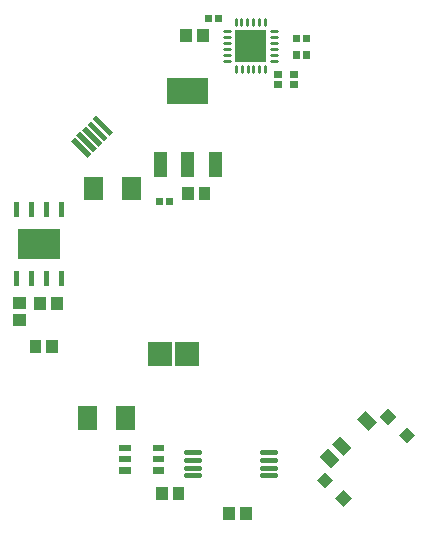
<source format=gbp>
G04 Layer: BottomPasteMaskLayer*
G04 EasyEDA v6.4.7, 2020-12-08T13:31:26--8:00*
G04 2666239171464f44b57efdd4127db657,11a6c599673c4091828b82ff80a72166,10*
G04 Gerber Generator version 0.2*
G04 Scale: 100 percent, Rotated: No, Reflected: No *
G04 Dimensions in millimeters *
G04 leading zeros omitted , absolute positions ,3 integer and 3 decimal *
%FSLAX33Y33*%
%MOMM*%
G90*
D02*

%ADD15C,0.280010*%
%ADD40C,0.399999*%

%LPD*%
G54D15*
G01X24160Y42731D02*
G01X23640Y42731D01*
G01X24160Y42231D02*
G01X23640Y42231D01*
G01X24160Y41731D02*
G01X23640Y41731D01*
G01X24160Y41233D02*
G01X23640Y41233D01*
G01X24160Y40732D02*
G01X23640Y40732D01*
G01X24160Y40232D02*
G01X23640Y40232D01*
G01X23144Y39760D02*
G01X23144Y39240D01*
G01X22644Y39760D02*
G01X22644Y39240D01*
G01X22143Y39760D02*
G01X22143Y39240D01*
G01X21646Y39760D02*
G01X21646Y39240D01*
G01X21145Y39760D02*
G01X21145Y39240D01*
G01X20645Y39760D02*
G01X20645Y39240D01*
G01X20160Y40242D02*
G01X19640Y40242D01*
G01X20160Y40743D02*
G01X19640Y40743D01*
G01X20160Y41243D02*
G01X19640Y41243D01*
G01X20160Y41741D02*
G01X19640Y41741D01*
G01X20160Y42241D02*
G01X19640Y42241D01*
G01X20160Y42742D02*
G01X19640Y42742D01*
G01X20630Y43760D02*
G01X20630Y43240D01*
G01X21130Y43760D02*
G01X21130Y43240D01*
G01X21630Y43760D02*
G01X21630Y43240D01*
G01X22128Y43760D02*
G01X22128Y43240D01*
G01X22629Y43760D02*
G01X22629Y43240D01*
G01X23129Y43760D02*
G01X23129Y43240D01*
G54D40*
G01X23950Y7075D02*
G01X22850Y7075D01*
G01X23950Y6424D02*
G01X22850Y6424D01*
G01X23950Y5774D02*
G01X22850Y5774D01*
G01X23950Y5124D02*
G01X22850Y5124D01*
G01X17549Y7075D02*
G01X16449Y7075D01*
G01X17549Y6424D02*
G01X16449Y6424D01*
G01X17549Y5774D02*
G01X16449Y5774D01*
G01X17549Y5124D02*
G01X16449Y5124D01*
G36*
G01X35136Y9244D02*
G01X34428Y8537D01*
G01X35136Y7830D01*
G01X35843Y8537D01*
G01X35136Y9244D01*
G37*
G36*
G01X29762Y3871D02*
G01X29054Y3163D01*
G01X29762Y2456D01*
G01X30469Y3163D01*
G01X29762Y3871D01*
G37*
G36*
G01X33580Y10800D02*
G01X32873Y10093D01*
G01X33580Y9386D01*
G01X34287Y10093D01*
G01X33580Y10800D01*
G37*
G36*
G01X28206Y5426D02*
G01X27499Y4719D01*
G01X28206Y4012D01*
G01X28913Y4719D01*
G01X28206Y5426D01*
G37*
G36*
G01X31600Y10588D02*
G01X30893Y9881D01*
G01X31883Y8891D01*
G01X32590Y9598D01*
G01X31600Y10588D01*
G37*
G36*
G01X29479Y8467D02*
G01X28772Y7760D01*
G01X29762Y6770D01*
G01X30469Y7477D01*
G01X29479Y8467D01*
G37*
G36*
G01X28418Y7406D02*
G01X27711Y6699D01*
G01X28701Y5709D01*
G01X29408Y6416D01*
G01X28418Y7406D01*
G37*
G36*
G01X23240Y42827D02*
G01X20559Y42827D01*
G01X20559Y40147D01*
G01X23240Y40147D01*
G01X23240Y42827D01*
G37*
G36*
G01X18675Y44124D02*
G01X18075Y44124D01*
G01X18075Y43475D01*
G01X18675Y43475D01*
G01X18675Y44124D01*
G37*
G36*
G01X19524Y44124D02*
G01X18924Y44124D01*
G01X18924Y43475D01*
G01X19524Y43475D01*
G01X19524Y44124D01*
G37*
G36*
G01X26075Y42424D02*
G01X25475Y42424D01*
G01X25475Y41775D01*
G01X26075Y41775D01*
G01X26075Y42424D01*
G37*
G36*
G01X26924Y42424D02*
G01X26324Y42424D01*
G01X26324Y41775D01*
G01X26924Y41775D01*
G01X26924Y42424D01*
G37*
G36*
G01X15949Y41850D02*
G01X16949Y41850D01*
G01X16949Y42950D01*
G01X15949Y42950D01*
G01X15949Y41850D01*
G37*
G36*
G01X17349Y41850D02*
G01X18349Y41850D01*
G01X18349Y42950D01*
G01X17349Y42950D01*
G01X17349Y41850D01*
G37*
G36*
G01X25924Y38724D02*
G01X25924Y39324D01*
G01X25275Y39324D01*
G01X25275Y38724D01*
G01X25924Y38724D01*
G37*
G36*
G01X25924Y37875D02*
G01X25924Y38475D01*
G01X25275Y38475D01*
G01X25275Y37875D01*
G01X25924Y37875D01*
G37*
G36*
G01X24524Y38724D02*
G01X24524Y39324D01*
G01X23875Y39324D01*
G01X23875Y38724D01*
G01X24524Y38724D01*
G37*
G36*
G01X24524Y37875D02*
G01X24524Y38475D01*
G01X23875Y38475D01*
G01X23875Y37875D01*
G01X24524Y37875D01*
G37*
G36*
G01X26075Y41024D02*
G01X25475Y41024D01*
G01X25475Y40375D01*
G01X26075Y40375D01*
G01X26075Y41024D01*
G37*
G36*
G01X26924Y41024D02*
G01X26324Y41024D01*
G01X26324Y40375D01*
G01X26924Y40375D01*
G01X26924Y41024D01*
G37*
G36*
G01X12600Y30399D02*
G01X10999Y30399D01*
G01X10999Y28399D01*
G01X12600Y28399D01*
G01X12600Y30399D01*
G37*
G36*
G01X9400Y30399D02*
G01X7799Y30399D01*
G01X7799Y28399D01*
G01X9400Y28399D01*
G01X9400Y30399D01*
G37*
G36*
G01X17500Y16399D02*
G01X15500Y16399D01*
G01X15500Y14399D01*
G01X17500Y14399D01*
G01X17500Y16399D01*
G37*
G36*
G01X15214Y16399D02*
G01X13214Y16399D01*
G01X13214Y14399D01*
G01X15214Y14399D01*
G01X15214Y16399D01*
G37*
G36*
G01X14600Y5824D02*
G01X13600Y5824D01*
G01X13600Y5274D01*
G01X14600Y5274D01*
G01X14600Y5824D01*
G37*
G36*
G01X14600Y6774D02*
G01X13600Y6774D01*
G01X13600Y6224D01*
G01X14600Y6224D01*
G01X14600Y6774D01*
G37*
G36*
G01X14600Y7724D02*
G01X13600Y7724D01*
G01X13600Y7174D01*
G01X14600Y7174D01*
G01X14600Y7724D01*
G37*
G36*
G01X11799Y7724D02*
G01X10799Y7724D01*
G01X10799Y7174D01*
G01X11799Y7174D01*
G01X11799Y7724D01*
G37*
G36*
G01X11799Y6774D02*
G01X10799Y6774D01*
G01X10799Y6224D01*
G01X11799Y6224D01*
G01X11799Y6774D01*
G37*
G36*
G01X11799Y5824D02*
G01X10799Y5824D01*
G01X10799Y5274D01*
G01X11799Y5274D01*
G01X11799Y5824D01*
G37*
G36*
G01X3199Y15449D02*
G01X4199Y15449D01*
G01X4199Y16549D01*
G01X3199Y16549D01*
G01X3199Y15449D01*
G37*
G36*
G01X4599Y15449D02*
G01X5599Y15449D01*
G01X5599Y16549D01*
G01X4599Y16549D01*
G01X4599Y15449D01*
G37*
G36*
G01X1750Y20200D02*
G01X1750Y19200D01*
G01X2850Y19200D01*
G01X2850Y20200D01*
G01X1750Y20200D01*
G37*
G36*
G01X1750Y18800D02*
G01X1750Y17800D01*
G01X2850Y17800D01*
G01X2850Y18800D01*
G01X1750Y18800D01*
G37*
G36*
G01X13899Y3049D02*
G01X14899Y3049D01*
G01X14899Y4149D01*
G01X13899Y4149D01*
G01X13899Y3049D01*
G37*
G36*
G01X15299Y3049D02*
G01X16299Y3049D01*
G01X16299Y4149D01*
G01X15299Y4149D01*
G01X15299Y3049D01*
G37*
G36*
G01X6000Y20249D02*
G01X5000Y20249D01*
G01X5000Y19149D01*
G01X6000Y19149D01*
G01X6000Y20249D01*
G37*
G36*
G01X4600Y20249D02*
G01X3600Y20249D01*
G01X3600Y19149D01*
G01X4600Y19149D01*
G01X4600Y20249D01*
G37*
G36*
G01X19599Y1349D02*
G01X20599Y1349D01*
G01X20599Y2449D01*
G01X19599Y2449D01*
G01X19599Y1349D01*
G37*
G36*
G01X20999Y1349D02*
G01X21999Y1349D01*
G01X21999Y2449D01*
G01X20999Y2449D01*
G01X20999Y1349D01*
G37*
G36*
G01X16099Y28450D02*
G01X17099Y28450D01*
G01X17099Y29550D01*
G01X16099Y29550D01*
G01X16099Y28450D01*
G37*
G36*
G01X17499Y28450D02*
G01X18499Y28450D01*
G01X18499Y29550D01*
G01X17499Y29550D01*
G01X17499Y28450D01*
G37*
G36*
G01X14475Y28624D02*
G01X13875Y28624D01*
G01X13875Y27975D01*
G01X14475Y27975D01*
G01X14475Y28624D01*
G37*
G36*
G01X15323Y28624D02*
G01X14723Y28624D01*
G01X14723Y27975D01*
G01X15323Y27975D01*
G01X15323Y28624D01*
G37*
G36*
G01X10262Y34179D02*
G01X8848Y35593D01*
G01X8530Y35275D01*
G01X9944Y33861D01*
G01X10262Y34179D01*
G37*
G36*
G01X9802Y33719D02*
G01X8388Y35133D01*
G01X8070Y34815D01*
G01X9484Y33401D01*
G01X9802Y33719D01*
G37*
G36*
G01X9343Y33260D02*
G01X7929Y34674D01*
G01X7610Y34356D01*
G01X9025Y32941D01*
G01X9343Y33260D01*
G37*
G36*
G01X8883Y32800D02*
G01X7469Y34214D01*
G01X7151Y33896D01*
G01X8565Y32482D01*
G01X8883Y32800D01*
G37*
G36*
G01X8424Y32340D02*
G01X7009Y33755D01*
G01X6691Y33436D01*
G01X8105Y32022D01*
G01X8424Y32340D01*
G37*
G36*
G01X7299Y8999D02*
G01X8900Y8999D01*
G01X8900Y10999D01*
G01X7299Y10999D01*
G01X7299Y8999D01*
G37*
G36*
G01X10499Y8999D02*
G01X12100Y8999D01*
G01X12100Y10999D01*
G01X10499Y10999D01*
G01X10499Y8999D01*
G37*
G36*
G01X6145Y21141D02*
G01X6145Y22441D01*
G01X5664Y22441D01*
G01X5664Y21141D01*
G01X6145Y21141D01*
G37*
G36*
G01X4875Y21141D02*
G01X4875Y22441D01*
G01X4394Y22441D01*
G01X4394Y21141D01*
G01X4875Y21141D01*
G37*
G36*
G01X3605Y21141D02*
G01X3605Y22441D01*
G01X3124Y22441D01*
G01X3124Y21141D01*
G01X3605Y21141D01*
G37*
G36*
G01X2335Y21141D02*
G01X2335Y22441D01*
G01X1854Y22441D01*
G01X1854Y21141D01*
G01X2335Y21141D01*
G37*
G36*
G01X2335Y26958D02*
G01X2335Y28258D01*
G01X1854Y28258D01*
G01X1854Y26958D01*
G01X2335Y26958D01*
G37*
G36*
G01X3605Y26958D02*
G01X3605Y28258D01*
G01X3124Y28258D01*
G01X3124Y26958D01*
G01X3605Y26958D01*
G37*
G36*
G01X4875Y26958D02*
G01X4875Y28258D01*
G01X4394Y28258D01*
G01X4394Y26958D01*
G01X4875Y26958D01*
G37*
G36*
G01X6145Y26958D02*
G01X6145Y28258D01*
G01X5664Y28258D01*
G01X5664Y26958D01*
G01X6145Y26958D01*
G37*
G36*
G01X2249Y23450D02*
G01X5750Y23450D01*
G01X5750Y25949D01*
G01X2249Y25949D01*
G01X2249Y23450D01*
G37*
G36*
G01X19444Y32530D02*
G01X18352Y32530D01*
G01X18352Y30371D01*
G01X19444Y30371D01*
G01X19444Y32530D01*
G37*
G36*
G01X17133Y32530D02*
G01X16040Y32530D01*
G01X16040Y30371D01*
G01X17133Y30371D01*
G01X17133Y32530D01*
G37*
G36*
G01X14847Y32530D02*
G01X13754Y32530D01*
G01X13754Y30371D01*
G01X14847Y30371D01*
G01X14847Y32530D01*
G37*
G36*
G01X18339Y38728D02*
G01X14834Y38728D01*
G01X14834Y36569D01*
G01X18339Y36569D01*
G01X18339Y38728D01*
G37*
M00*
M02*

</source>
